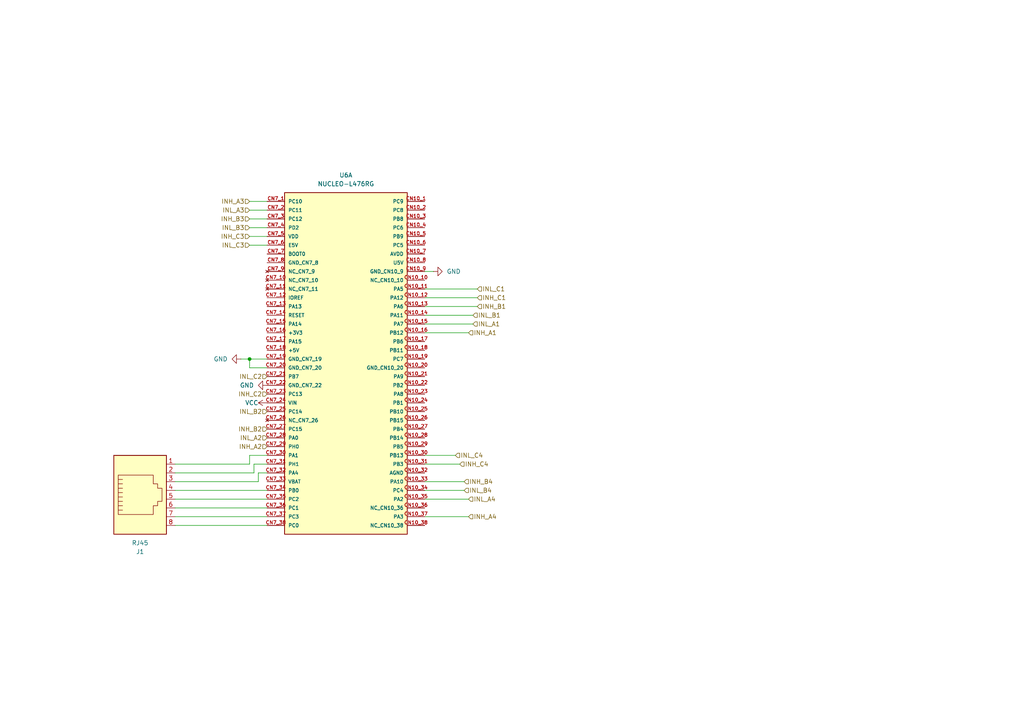
<source format=kicad_sch>
(kicad_sch
	(version 20250114)
	(generator "eeschema")
	(generator_version "9.0")
	(uuid "eb2cf02e-f843-4ccd-811e-45b80d894aa2")
	(paper "A4")
	(lib_symbols
		(symbol "Connector:RJ45"
			(pin_names
				(offset 1.016)
			)
			(exclude_from_sim no)
			(in_bom yes)
			(on_board yes)
			(property "Reference" "J"
				(at -5.08 13.97 0)
				(effects
					(font
						(size 1.27 1.27)
					)
					(justify right)
				)
			)
			(property "Value" "RJ45"
				(at 2.54 13.97 0)
				(effects
					(font
						(size 1.27 1.27)
					)
					(justify left)
				)
			)
			(property "Footprint" ""
				(at 0 0.635 90)
				(effects
					(font
						(size 1.27 1.27)
					)
					(hide yes)
				)
			)
			(property "Datasheet" "~"
				(at 0 0.635 90)
				(effects
					(font
						(size 1.27 1.27)
					)
					(hide yes)
				)
			)
			(property "Description" "RJ connector, 8P8C (8 positions 8 connected)"
				(at 0 0 0)
				(effects
					(font
						(size 1.27 1.27)
					)
					(hide yes)
				)
			)
			(property "ki_keywords" "8P8C RJ socket connector"
				(at 0 0 0)
				(effects
					(font
						(size 1.27 1.27)
					)
					(hide yes)
				)
			)
			(property "ki_fp_filters" "8P8C* RJ31* RJ32* RJ33* RJ34* RJ35* RJ41* RJ45* RJ49* RJ61*"
				(at 0 0 0)
				(effects
					(font
						(size 1.27 1.27)
					)
					(hide yes)
				)
			)
			(symbol "RJ45_0_1"
				(polyline
					(pts
						(xy -6.35 1.905) (xy -5.08 1.905) (xy -5.08 1.905)
					)
					(stroke
						(width 0)
						(type default)
					)
					(fill
						(type none)
					)
				)
				(polyline
					(pts
						(xy -6.35 0.635) (xy -5.08 0.635) (xy -5.08 0.635)
					)
					(stroke
						(width 0)
						(type default)
					)
					(fill
						(type none)
					)
				)
				(polyline
					(pts
						(xy -6.35 -0.635) (xy -5.08 -0.635) (xy -5.08 -0.635)
					)
					(stroke
						(width 0)
						(type default)
					)
					(fill
						(type none)
					)
				)
				(polyline
					(pts
						(xy -6.35 -1.905) (xy -5.08 -1.905) (xy -5.08 -1.905)
					)
					(stroke
						(width 0)
						(type default)
					)
					(fill
						(type none)
					)
				)
				(polyline
					(pts
						(xy -6.35 -3.175) (xy -5.08 -3.175) (xy -5.08 -3.175)
					)
					(stroke
						(width 0)
						(type default)
					)
					(fill
						(type none)
					)
				)
				(polyline
					(pts
						(xy -6.35 -4.445) (xy -6.35 6.985) (xy 3.81 6.985) (xy 3.81 4.445) (xy 5.08 4.445) (xy 5.08 3.175)
						(xy 6.35 3.175) (xy 6.35 -0.635) (xy 5.08 -0.635) (xy 5.08 -1.905) (xy 3.81 -1.905) (xy 3.81 -4.445)
						(xy -6.35 -4.445) (xy -6.35 -4.445)
					)
					(stroke
						(width 0)
						(type default)
					)
					(fill
						(type none)
					)
				)
				(polyline
					(pts
						(xy -5.08 5.715) (xy -6.35 5.715)
					)
					(stroke
						(width 0)
						(type default)
					)
					(fill
						(type none)
					)
				)
				(polyline
					(pts
						(xy -5.08 4.445) (xy -6.35 4.445)
					)
					(stroke
						(width 0)
						(type default)
					)
					(fill
						(type none)
					)
				)
				(polyline
					(pts
						(xy -5.08 3.175) (xy -6.35 3.175) (xy -6.35 3.175)
					)
					(stroke
						(width 0)
						(type default)
					)
					(fill
						(type none)
					)
				)
				(rectangle
					(start 7.62 12.7)
					(end -7.62 -10.16)
					(stroke
						(width 0.254)
						(type default)
					)
					(fill
						(type background)
					)
				)
			)
			(symbol "RJ45_1_1"
				(pin passive line
					(at 10.16 10.16 180)
					(length 2.54)
					(name "~"
						(effects
							(font
								(size 1.27 1.27)
							)
						)
					)
					(number "8"
						(effects
							(font
								(size 1.27 1.27)
							)
						)
					)
				)
				(pin passive line
					(at 10.16 7.62 180)
					(length 2.54)
					(name "~"
						(effects
							(font
								(size 1.27 1.27)
							)
						)
					)
					(number "7"
						(effects
							(font
								(size 1.27 1.27)
							)
						)
					)
				)
				(pin passive line
					(at 10.16 5.08 180)
					(length 2.54)
					(name "~"
						(effects
							(font
								(size 1.27 1.27)
							)
						)
					)
					(number "6"
						(effects
							(font
								(size 1.27 1.27)
							)
						)
					)
				)
				(pin passive line
					(at 10.16 2.54 180)
					(length 2.54)
					(name "~"
						(effects
							(font
								(size 1.27 1.27)
							)
						)
					)
					(number "5"
						(effects
							(font
								(size 1.27 1.27)
							)
						)
					)
				)
				(pin passive line
					(at 10.16 0 180)
					(length 2.54)
					(name "~"
						(effects
							(font
								(size 1.27 1.27)
							)
						)
					)
					(number "4"
						(effects
							(font
								(size 1.27 1.27)
							)
						)
					)
				)
				(pin passive line
					(at 10.16 -2.54 180)
					(length 2.54)
					(name "~"
						(effects
							(font
								(size 1.27 1.27)
							)
						)
					)
					(number "3"
						(effects
							(font
								(size 1.27 1.27)
							)
						)
					)
				)
				(pin passive line
					(at 10.16 -5.08 180)
					(length 2.54)
					(name "~"
						(effects
							(font
								(size 1.27 1.27)
							)
						)
					)
					(number "2"
						(effects
							(font
								(size 1.27 1.27)
							)
						)
					)
				)
				(pin passive line
					(at 10.16 -7.62 180)
					(length 2.54)
					(name "~"
						(effects
							(font
								(size 1.27 1.27)
							)
						)
					)
					(number "1"
						(effects
							(font
								(size 1.27 1.27)
							)
						)
					)
				)
			)
			(embedded_fonts no)
		)
		(symbol "NUCLEO-L476RG_1"
			(pin_names
				(offset 1.016)
			)
			(exclude_from_sim no)
			(in_bom yes)
			(on_board yes)
			(property "Reference" "U6"
				(at 0 30.48 0)
				(effects
					(font
						(size 1.27 1.27)
					)
				)
			)
			(property "Value" "NUCLEO-L476RG"
				(at 0 27.94 0)
				(effects
					(font
						(size 1.27 1.27)
					)
				)
			)
			(property "Footprint" "MODULE_NUCLEO-L476RG"
				(at 0 0 0)
				(effects
					(font
						(size 1.27 1.27)
					)
					(justify bottom)
					(hide yes)
				)
			)
			(property "Datasheet" ""
				(at 0 0 0)
				(effects
					(font
						(size 1.27 1.27)
					)
					(hide yes)
				)
			)
			(property "Description" ""
				(at 0 0 0)
				(effects
					(font
						(size 1.27 1.27)
					)
					(hide yes)
				)
			)
			(property "DigiKey_Part_Number" "497-15881-ND"
				(at 0 0 0)
				(effects
					(font
						(size 1.27 1.27)
					)
					(justify bottom)
					(hide yes)
				)
			)
			(property "SnapEDA_Link" "https://www.snapeda.com/parts/NUCLEO-L476RG/STMicroelectronics/view-part/?ref=snap"
				(at 0 0 0)
				(effects
					(font
						(size 1.27 1.27)
					)
					(justify bottom)
					(hide yes)
				)
			)
			(property "Description_1" "STM32L476RG, mbed-Enabled Development Nucleo-64 STM32L4 ARM® Cortex®-M4 MCU 32-Bit Embedded Evaluation Board"
				(at 0 0 0)
				(effects
					(font
						(size 1.27 1.27)
					)
					(justify bottom)
					(hide yes)
				)
			)
			(property "Package" "None"
				(at 0 0 0)
				(effects
					(font
						(size 1.27 1.27)
					)
					(justify bottom)
					(hide yes)
				)
			)
			(property "Check_prices" "https://www.snapeda.com/parts/NUCLEO-L476RG/STMicroelectronics/view-part/?ref=eda"
				(at 0 0 0)
				(effects
					(font
						(size 1.27 1.27)
					)
					(justify bottom)
					(hide yes)
				)
			)
			(property "STANDARD" "Manufacturer Recommendations"
				(at 0 0 0)
				(effects
					(font
						(size 1.27 1.27)
					)
					(justify bottom)
					(hide yes)
				)
			)
			(property "PARTREV" "15"
				(at 0 0 0)
				(effects
					(font
						(size 1.27 1.27)
					)
					(justify bottom)
					(hide yes)
				)
			)
			(property "MF" "STMicroelectronics"
				(at 0 0 0)
				(effects
					(font
						(size 1.27 1.27)
					)
					(justify bottom)
					(hide yes)
				)
			)
			(property "MP" "NUCLEO-L476RG"
				(at 0 0 0)
				(effects
					(font
						(size 1.27 1.27)
					)
					(justify bottom)
					(hide yes)
				)
			)
			(property "MANUFACTURER" "STmicroelectronics"
				(at 0 0 0)
				(effects
					(font
						(size 1.27 1.27)
					)
					(justify bottom)
					(hide yes)
				)
			)
			(symbol "NUCLEO-L476RG_1_1_0"
				(rectangle
					(start -17.78 25.4)
					(end 17.78 -73.66)
					(stroke
						(width 0.254)
						(type default)
					)
					(fill
						(type background)
					)
				)
				(pin bidirectional line
					(at -22.86 22.86 0)
					(length 5.08)
					(name "PC10"
						(effects
							(font
								(size 1.016 1.016)
							)
						)
					)
					(number "CN7_1"
						(effects
							(font
								(size 1.016 1.016)
							)
						)
					)
				)
				(pin bidirectional line
					(at -22.86 20.32 0)
					(length 5.08)
					(name "PC11"
						(effects
							(font
								(size 1.016 1.016)
							)
						)
					)
					(number "CN7_2"
						(effects
							(font
								(size 1.016 1.016)
							)
						)
					)
				)
				(pin bidirectional line
					(at -22.86 17.78 0)
					(length 5.08)
					(name "PC12"
						(effects
							(font
								(size 1.016 1.016)
							)
						)
					)
					(number "CN7_3"
						(effects
							(font
								(size 1.016 1.016)
							)
						)
					)
				)
				(pin bidirectional line
					(at -22.86 15.24 0)
					(length 5.08)
					(name "PD2"
						(effects
							(font
								(size 1.016 1.016)
							)
						)
					)
					(number "CN7_4"
						(effects
							(font
								(size 1.016 1.016)
							)
						)
					)
				)
				(pin power_in line
					(at -22.86 12.7 0)
					(length 5.08)
					(name "VDD"
						(effects
							(font
								(size 1.016 1.016)
							)
						)
					)
					(number "CN7_5"
						(effects
							(font
								(size 1.016 1.016)
							)
						)
					)
				)
				(pin power_in line
					(at -22.86 10.16 0)
					(length 5.08)
					(name "E5V"
						(effects
							(font
								(size 1.016 1.016)
							)
						)
					)
					(number "CN7_6"
						(effects
							(font
								(size 1.016 1.016)
							)
						)
					)
				)
				(pin input line
					(at -22.86 7.62 0)
					(length 5.08)
					(name "BOOT0"
						(effects
							(font
								(size 1.016 1.016)
							)
						)
					)
					(number "CN7_7"
						(effects
							(font
								(size 1.016 1.016)
							)
						)
					)
				)
				(pin power_in line
					(at -22.86 5.08 0)
					(length 5.08)
					(name "GND_CN7_8"
						(effects
							(font
								(size 1.016 1.016)
							)
						)
					)
					(number "CN7_8"
						(effects
							(font
								(size 1.016 1.016)
							)
						)
					)
				)
				(pin no_connect line
					(at -22.86 2.54 0)
					(length 5.08)
					(name "NC_CN7_9"
						(effects
							(font
								(size 1.016 1.016)
							)
						)
					)
					(number "CN7_9"
						(effects
							(font
								(size 1.016 1.016)
							)
						)
					)
				)
				(pin no_connect line
					(at -22.86 0 0)
					(length 5.08)
					(name "NC_CN7_10"
						(effects
							(font
								(size 1.016 1.016)
							)
						)
					)
					(number "CN7_10"
						(effects
							(font
								(size 1.016 1.016)
							)
						)
					)
				)
				(pin no_connect line
					(at -22.86 -2.54 0)
					(length 5.08)
					(name "NC_CN7_11"
						(effects
							(font
								(size 1.016 1.016)
							)
						)
					)
					(number "CN7_11"
						(effects
							(font
								(size 1.016 1.016)
							)
						)
					)
				)
				(pin input line
					(at -22.86 -5.08 0)
					(length 5.08)
					(name "IOREF"
						(effects
							(font
								(size 1.016 1.016)
							)
						)
					)
					(number "CN7_12"
						(effects
							(font
								(size 1.016 1.016)
							)
						)
					)
				)
				(pin bidirectional line
					(at -22.86 -7.62 0)
					(length 5.08)
					(name "PA13"
						(effects
							(font
								(size 1.016 1.016)
							)
						)
					)
					(number "CN7_13"
						(effects
							(font
								(size 1.016 1.016)
							)
						)
					)
				)
				(pin input line
					(at -22.86 -10.16 0)
					(length 5.08)
					(name "RESET"
						(effects
							(font
								(size 1.016 1.016)
							)
						)
					)
					(number "CN7_14"
						(effects
							(font
								(size 1.016 1.016)
							)
						)
					)
				)
				(pin bidirectional line
					(at -22.86 -12.7 0)
					(length 5.08)
					(name "PA14"
						(effects
							(font
								(size 1.016 1.016)
							)
						)
					)
					(number "CN7_15"
						(effects
							(font
								(size 1.016 1.016)
							)
						)
					)
				)
				(pin power_in line
					(at -22.86 -15.24 0)
					(length 5.08)
					(name "+3V3"
						(effects
							(font
								(size 1.016 1.016)
							)
						)
					)
					(number "CN7_16"
						(effects
							(font
								(size 1.016 1.016)
							)
						)
					)
				)
				(pin bidirectional line
					(at -22.86 -17.78 0)
					(length 5.08)
					(name "PA15"
						(effects
							(font
								(size 1.016 1.016)
							)
						)
					)
					(number "CN7_17"
						(effects
							(font
								(size 1.016 1.016)
							)
						)
					)
				)
				(pin power_in line
					(at -22.86 -20.32 0)
					(length 5.08)
					(name "+5V"
						(effects
							(font
								(size 1.016 1.016)
							)
						)
					)
					(number "CN7_18"
						(effects
							(font
								(size 1.016 1.016)
							)
						)
					)
				)
				(pin power_in line
					(at -22.86 -22.86 0)
					(length 5.08)
					(name "GND_CN7_19"
						(effects
							(font
								(size 1.016 1.016)
							)
						)
					)
					(number "CN7_19"
						(effects
							(font
								(size 1.016 1.016)
							)
						)
					)
				)
				(pin power_in line
					(at -22.86 -25.4 0)
					(length 5.08)
					(name "GND_CN7_20"
						(effects
							(font
								(size 1.016 1.016)
							)
						)
					)
					(number "CN7_20"
						(effects
							(font
								(size 1.016 1.016)
							)
						)
					)
				)
				(pin bidirectional line
					(at -22.86 -27.94 0)
					(length 5.08)
					(name "PB7"
						(effects
							(font
								(size 1.016 1.016)
							)
						)
					)
					(number "CN7_21"
						(effects
							(font
								(size 1.016 1.016)
							)
						)
					)
				)
				(pin power_in line
					(at -22.86 -30.48 0)
					(length 5.08)
					(name "GND_CN7_22"
						(effects
							(font
								(size 1.016 1.016)
							)
						)
					)
					(number "CN7_22"
						(effects
							(font
								(size 1.016 1.016)
							)
						)
					)
				)
				(pin bidirectional line
					(at -22.86 -33.02 0)
					(length 5.08)
					(name "PC13"
						(effects
							(font
								(size 1.016 1.016)
							)
						)
					)
					(number "CN7_23"
						(effects
							(font
								(size 1.016 1.016)
							)
						)
					)
				)
				(pin power_in line
					(at -22.86 -35.56 0)
					(length 5.08)
					(name "VIN"
						(effects
							(font
								(size 1.016 1.016)
							)
						)
					)
					(number "CN7_24"
						(effects
							(font
								(size 1.016 1.016)
							)
						)
					)
				)
				(pin bidirectional line
					(at -22.86 -38.1 0)
					(length 5.08)
					(name "PC14"
						(effects
							(font
								(size 1.016 1.016)
							)
						)
					)
					(number "CN7_25"
						(effects
							(font
								(size 1.016 1.016)
							)
						)
					)
				)
				(pin no_connect line
					(at -22.86 -40.64 0)
					(length 5.08)
					(name "NC_CN7_26"
						(effects
							(font
								(size 1.016 1.016)
							)
						)
					)
					(number "CN7_26"
						(effects
							(font
								(size 1.016 1.016)
							)
						)
					)
				)
				(pin bidirectional line
					(at -22.86 -43.18 0)
					(length 5.08)
					(name "PC15"
						(effects
							(font
								(size 1.016 1.016)
							)
						)
					)
					(number "CN7_27"
						(effects
							(font
								(size 1.016 1.016)
							)
						)
					)
				)
				(pin bidirectional line
					(at -22.86 -45.72 0)
					(length 5.08)
					(name "PA0"
						(effects
							(font
								(size 1.016 1.016)
							)
						)
					)
					(number "CN7_28"
						(effects
							(font
								(size 1.016 1.016)
							)
						)
					)
				)
				(pin bidirectional line
					(at -22.86 -48.26 0)
					(length 5.08)
					(name "PH0"
						(effects
							(font
								(size 1.016 1.016)
							)
						)
					)
					(number "CN7_29"
						(effects
							(font
								(size 1.016 1.016)
							)
						)
					)
				)
				(pin bidirectional line
					(at -22.86 -50.8 0)
					(length 5.08)
					(name "PA1"
						(effects
							(font
								(size 1.016 1.016)
							)
						)
					)
					(number "CN7_30"
						(effects
							(font
								(size 1.016 1.016)
							)
						)
					)
				)
				(pin bidirectional line
					(at -22.86 -53.34 0)
					(length 5.08)
					(name "PH1"
						(effects
							(font
								(size 1.016 1.016)
							)
						)
					)
					(number "CN7_31"
						(effects
							(font
								(size 1.016 1.016)
							)
						)
					)
				)
				(pin bidirectional line
					(at -22.86 -55.88 0)
					(length 5.08)
					(name "PA4"
						(effects
							(font
								(size 1.016 1.016)
							)
						)
					)
					(number "CN7_32"
						(effects
							(font
								(size 1.016 1.016)
							)
						)
					)
				)
				(pin power_in line
					(at -22.86 -58.42 0)
					(length 5.08)
					(name "VBAT"
						(effects
							(font
								(size 1.016 1.016)
							)
						)
					)
					(number "CN7_33"
						(effects
							(font
								(size 1.016 1.016)
							)
						)
					)
				)
				(pin bidirectional line
					(at -22.86 -60.96 0)
					(length 5.08)
					(name "PB0"
						(effects
							(font
								(size 1.016 1.016)
							)
						)
					)
					(number "CN7_34"
						(effects
							(font
								(size 1.016 1.016)
							)
						)
					)
				)
				(pin bidirectional line
					(at -22.86 -63.5 0)
					(length 5.08)
					(name "PC2"
						(effects
							(font
								(size 1.016 1.016)
							)
						)
					)
					(number "CN7_35"
						(effects
							(font
								(size 1.016 1.016)
							)
						)
					)
				)
				(pin bidirectional line
					(at -22.86 -66.04 0)
					(length 5.08)
					(name "PC1"
						(effects
							(font
								(size 1.016 1.016)
							)
						)
					)
					(number "CN7_36"
						(effects
							(font
								(size 1.016 1.016)
							)
						)
					)
				)
				(pin bidirectional line
					(at -22.86 -68.58 0)
					(length 5.08)
					(name "PC3"
						(effects
							(font
								(size 1.016 1.016)
							)
						)
					)
					(number "CN7_37"
						(effects
							(font
								(size 1.016 1.016)
							)
						)
					)
				)
				(pin bidirectional line
					(at -22.86 -71.12 0)
					(length 5.08)
					(name "PC0"
						(effects
							(font
								(size 1.016 1.016)
							)
						)
					)
					(number "CN7_38"
						(effects
							(font
								(size 1.016 1.016)
							)
						)
					)
				)
				(pin bidirectional line
					(at 22.86 22.86 180)
					(length 5.08)
					(name "PC9"
						(effects
							(font
								(size 1.016 1.016)
							)
						)
					)
					(number "CN10_1"
						(effects
							(font
								(size 1.016 1.016)
							)
						)
					)
				)
				(pin bidirectional line
					(at 22.86 20.32 180)
					(length 5.08)
					(name "PC8"
						(effects
							(font
								(size 1.016 1.016)
							)
						)
					)
					(number "CN10_2"
						(effects
							(font
								(size 1.016 1.016)
							)
						)
					)
				)
				(pin bidirectional line
					(at 22.86 17.78 180)
					(length 5.08)
					(name "PB8"
						(effects
							(font
								(size 1.016 1.016)
							)
						)
					)
					(number "CN10_3"
						(effects
							(font
								(size 1.016 1.016)
							)
						)
					)
				)
				(pin bidirectional line
					(at 22.86 15.24 180)
					(length 5.08)
					(name "PC6"
						(effects
							(font
								(size 1.016 1.016)
							)
						)
					)
					(number "CN10_4"
						(effects
							(font
								(size 1.016 1.016)
							)
						)
					)
				)
				(pin bidirectional line
					(at 22.86 12.7 180)
					(length 5.08)
					(name "PB9"
						(effects
							(font
								(size 1.016 1.016)
							)
						)
					)
					(number "CN10_5"
						(effects
							(font
								(size 1.016 1.016)
							)
						)
					)
				)
				(pin bidirectional line
					(at 22.86 10.16 180)
					(length 5.08)
					(name "PC5"
						(effects
							(font
								(size 1.016 1.016)
							)
						)
					)
					(number "CN10_6"
						(effects
							(font
								(size 1.016 1.016)
							)
						)
					)
				)
				(pin bidirectional line
					(at 22.86 7.62 180)
					(length 5.08)
					(name "AVDD"
						(effects
							(font
								(size 1.016 1.016)
							)
						)
					)
					(number "CN10_7"
						(effects
							(font
								(size 1.016 1.016)
							)
						)
					)
				)
				(pin bidirectional line
					(at 22.86 5.08 180)
					(length 5.08)
					(name "U5V"
						(effects
							(font
								(size 1.016 1.016)
							)
						)
					)
					(number "CN10_8"
						(effects
							(font
								(size 1.016 1.016)
							)
						)
					)
				)
				(pin bidirectional line
					(at 22.86 2.54 180)
					(length 5.08)
					(name "GND_CN10_9"
						(effects
							(font
								(size 1.016 1.016)
							)
						)
					)
					(number "CN10_9"
						(effects
							(font
								(size 1.016 1.016)
							)
						)
					)
				)
				(pin bidirectional line
					(at 22.86 0 180)
					(length 5.08)
					(name "NC_CN10_10"
						(effects
							(font
								(size 1.016 1.016)
							)
						)
					)
					(number "CN10_10"
						(effects
							(font
								(size 1.016 1.016)
							)
						)
					)
				)
				(pin bidirectional line
					(at 22.86 -2.54 180)
					(length 5.08)
					(name "PA5"
						(effects
							(font
								(size 1.016 1.016)
							)
						)
					)
					(number "CN10_11"
						(effects
							(font
								(size 1.016 1.016)
							)
						)
					)
				)
				(pin bidirectional line
					(at 22.86 -5.08 180)
					(length 5.08)
					(name "PA12"
						(effects
							(font
								(size 1.016 1.016)
							)
						)
					)
					(number "CN10_12"
						(effects
							(font
								(size 1.016 1.016)
							)
						)
					)
				)
				(pin bidirectional line
					(at 22.86 -7.62 180)
					(length 5.08)
					(name "PA6"
						(effects
							(font
								(size 1.016 1.016)
							)
						)
					)
					(number "CN10_13"
						(effects
							(font
								(size 1.016 1.016)
							)
						)
					)
				)
				(pin bidirectional line
					(at 22.86 -10.16 180)
					(length 5.08)
					(name "PA11"
						(effects
							(font
								(size 1.016 1.016)
							)
						)
					)
					(number "CN10_14"
						(effects
							(font
								(size 1.016 1.016)
							)
						)
					)
				)
				(pin bidirectional line
					(at 22.86 -12.7 180)
					(length 5.08)
					(name "PA7"
						(effects
							(font
								(size 1.016 1.016)
							)
						)
					)
					(number "CN10_15"
						(effects
							(font
								(size 1.016 1.016)
							)
						)
					)
				)
				(pin bidirectional line
					(at 22.86 -15.24 180)
					(length 5.08)
					(name "PB12"
						(effects
							(font
								(size 1.016 1.016)
							)
						)
					)
					(number "CN10_16"
						(effects
							(font
								(size 1.016 1.016)
							)
						)
					)
				)
				(pin bidirectional line
					(at 22.86 -17.78 180)
					(length 5.08)
					(name "PB6"
						(effects
							(font
								(size 1.016 1.016)
							)
						)
					)
					(number "CN10_17"
						(effects
							(font
								(size 1.016 1.016)
							)
						)
					)
				)
				(pin bidirectional line
					(at 22.86 -20.32 180)
					(length 5.08)
					(name "PB11"
						(effects
							(font
								(size 1.016 1.016)
							)
						)
					)
					(number "CN10_18"
						(effects
							(font
								(size 1.016 1.016)
							)
						)
					)
				)
				(pin bidirectional line
					(at 22.86 -22.86 180)
					(length 5.08)
					(name "PC7"
						(effects
							(font
								(size 1.016 1.016)
							)
						)
					)
					(number "CN10_19"
						(effects
							(font
								(size 1.016 1.016)
							)
						)
					)
				)
				(pin bidirectional line
					(at 22.86 -25.4 180)
					(length 5.08)
					(name "GND_CN10_20"
						(effects
							(font
								(size 1.016 1.016)
							)
						)
					)
					(number "CN10_20"
						(effects
							(font
								(size 1.016 1.016)
							)
						)
					)
				)
				(pin bidirectional line
					(at 22.86 -27.94 180)
					(length 5.08)
					(name "PA9"
						(effects
							(font
								(size 1.016 1.016)
							)
						)
					)
					(number "CN10_21"
						(effects
							(font
								(size 1.016 1.016)
							)
						)
					)
				)
				(pin bidirectional line
					(at 22.86 -30.48 180)
					(length 5.08)
					(name "PB2"
						(effects
							(font
								(size 1.016 1.016)
							)
						)
					)
					(number "CN10_22"
						(effects
							(font
								(size 1.016 1.016)
							)
						)
					)
				)
				(pin bidirectional line
					(at 22.86 -33.02 180)
					(length 5.08)
					(name "PA8"
						(effects
							(font
								(size 1.016 1.016)
							)
						)
					)
					(number "CN10_23"
						(effects
							(font
								(size 1.016 1.016)
							)
						)
					)
				)
				(pin bidirectional line
					(at 22.86 -35.56 180)
					(length 5.08)
					(name "PB1"
						(effects
							(font
								(size 1.016 1.016)
							)
						)
					)
					(number "CN10_24"
						(effects
							(font
								(size 1.016 1.016)
							)
						)
					)
				)
				(pin bidirectional line
					(at 22.86 -38.1 180)
					(length 5.08)
					(name "PB10"
						(effects
							(font
								(size 1.016 1.016)
							)
						)
					)
					(number "CN10_25"
						(effects
							(font
								(size 1.016 1.016)
							)
						)
					)
				)
				(pin bidirectional line
					(at 22.86 -40.64 180)
					(length 5.08)
					(name "PB15"
						(effects
							(font
								(size 1.016 1.016)
							)
						)
					)
					(number "CN10_26"
						(effects
							(font
								(size 1.016 1.016)
							)
						)
					)
				)
				(pin bidirectional line
					(at 22.86 -43.18 180)
					(length 5.08)
					(name "PB4"
						(effects
							(font
								(size 1.016 1.016)
							)
						)
					)
					(number "CN10_27"
						(effects
							(font
								(size 1.016 1.016)
							)
						)
					)
				)
				(pin bidirectional line
					(at 22.86 -45.72 180)
					(length 5.08)
					(name "PB14"
						(effects
							(font
								(size 1.016 1.016)
							)
						)
					)
					(number "CN10_28"
						(effects
							(font
								(size 1.016 1.016)
							)
						)
					)
				)
				(pin bidirectional line
					(at 22.86 -48.26 180)
					(length 5.08)
					(name "PB5"
						(effects
							(font
								(size 1.016 1.016)
							)
						)
					)
					(number "CN10_29"
						(effects
							(font
								(size 1.016 1.016)
							)
						)
					)
				)
				(pin bidirectional line
					(at 22.86 -50.8 180)
					(length 5.08)
					(name "PB13"
						(effects
							(font
								(size 1.016 1.016)
							)
						)
					)
					(number "CN10_30"
						(effects
							(font
								(size 1.016 1.016)
							)
						)
					)
				)
				(pin bidirectional line
					(at 22.86 -53.34 180)
					(length 5.08)
					(name "PB3"
						(effects
							(font
								(size 1.016 1.016)
							)
						)
					)
					(number "CN10_31"
						(effects
							(font
								(size 1.016 1.016)
							)
						)
					)
				)
				(pin bidirectional line
					(at 22.86 -55.88 180)
					(length 5.08)
					(name "AGND"
						(effects
							(font
								(size 1.016 1.016)
							)
						)
					)
					(number "CN10_32"
						(effects
							(font
								(size 1.016 1.016)
							)
						)
					)
				)
				(pin bidirectional line
					(at 22.86 -58.42 180)
					(length 5.08)
					(name "PA10"
						(effects
							(font
								(size 1.016 1.016)
							)
						)
					)
					(number "CN10_33"
						(effects
							(font
								(size 1.016 1.016)
							)
						)
					)
				)
				(pin bidirectional line
					(at 22.86 -60.96 180)
					(length 5.08)
					(name "PC4"
						(effects
							(font
								(size 1.016 1.016)
							)
						)
					)
					(number "CN10_34"
						(effects
							(font
								(size 1.016 1.016)
							)
						)
					)
				)
				(pin bidirectional line
					(at 22.86 -63.5 180)
					(length 5.08)
					(name "PA2"
						(effects
							(font
								(size 1.016 1.016)
							)
						)
					)
					(number "CN10_35"
						(effects
							(font
								(size 1.016 1.016)
							)
						)
					)
				)
				(pin bidirectional line
					(at 22.86 -66.04 180)
					(length 5.08)
					(name "NC_CN10_36"
						(effects
							(font
								(size 1.016 1.016)
							)
						)
					)
					(number "CN10_36"
						(effects
							(font
								(size 1.016 1.016)
							)
						)
					)
				)
				(pin bidirectional line
					(at 22.86 -68.58 180)
					(length 5.08)
					(name "PA3"
						(effects
							(font
								(size 1.016 1.016)
							)
						)
					)
					(number "CN10_37"
						(effects
							(font
								(size 1.016 1.016)
							)
						)
					)
				)
				(pin bidirectional line
					(at 22.86 -71.12 180)
					(length 5.08)
					(name "NC_CN10_38"
						(effects
							(font
								(size 1.016 1.016)
							)
						)
					)
					(number "CN10_38"
						(effects
							(font
								(size 1.016 1.016)
							)
						)
					)
				)
			)
			(symbol "NUCLEO-L476RG_1_2_0"
				(rectangle
					(start -17.78 -25.4)
					(end 17.78 25.4)
					(stroke
						(width 0.254)
						(type default)
					)
					(fill
						(type background)
					)
				)
				(pin bidirectional line
					(at -22.86 22.86 0)
					(length 5.08)
					(name "PC9"
						(effects
							(font
								(size 1.016 1.016)
							)
						)
					)
					(number "CN10_1"
						(effects
							(font
								(size 1.016 1.016)
							)
						)
					)
				)
				(pin bidirectional line
					(at -22.86 20.32 0)
					(length 5.08)
					(name "PB8"
						(effects
							(font
								(size 1.016 1.016)
							)
						)
					)
					(number "CN10_3"
						(effects
							(font
								(size 1.016 1.016)
							)
						)
					)
				)
				(pin bidirectional line
					(at -22.86 17.78 0)
					(length 5.08)
					(name "PB9"
						(effects
							(font
								(size 1.016 1.016)
							)
						)
					)
					(number "CN10_5"
						(effects
							(font
								(size 1.016 1.016)
							)
						)
					)
				)
				(pin power_in line
					(at -22.86 15.24 0)
					(length 5.08)
					(name "AVDD"
						(effects
							(font
								(size 1.016 1.016)
							)
						)
					)
					(number "CN10_7"
						(effects
							(font
								(size 1.016 1.016)
							)
						)
					)
				)
				(pin power_in line
					(at -22.86 12.7 0)
					(length 5.08)
					(name "GND_CN10_9"
						(effects
							(font
								(size 1.016 1.016)
							)
						)
					)
					(number "CN10_9"
						(effects
							(font
								(size 1.016 1.016)
							)
						)
					)
				)
				(pin bidirectional line
					(at -22.86 10.16 0)
					(length 5.08)
					(name "PA5"
						(effects
							(font
								(size 1.016 1.016)
							)
						)
					)
					(number "CN10_11"
						(effects
							(font
								(size 1.016 1.016)
							)
						)
					)
				)
				(pin bidirectional line
					(at -22.86 7.62 0)
					(length 5.08)
					(name "PA6"
						(effects
							(font
								(size 1.016 1.016)
							)
						)
					)
					(number "CN10_13"
						(effects
							(font
								(size 1.016 1.016)
							)
						)
					)
				)
				(pin bidirectional line
					(at -22.86 5.08 0)
					(length 5.08)
					(name "PA7"
						(effects
							(font
								(size 1.016 1.016)
							)
						)
					)
					(number "CN10_15"
						(effects
							(font
								(size 1.016 1.016)
							)
						)
					)
				)
				(pin bidirectional line
					(at -22.86 2.54 0)
					(length 5.08)
					(name "PB6"
						(effects
							(font
								(size 1.016 1.016)
							)
						)
					)
					(number "CN10_17"
						(effects
							(font
								(size 1.016 1.016)
							)
						)
					)
				)
				(pin bidirectional line
					(at -22.86 0 0)
					(length 5.08)
					(name "PC7"
						(effects
							(font
								(size 1.016 1.016)
							)
						)
					)
					(number "CN10_19"
						(effects
							(font
								(size 1.016 1.016)
							)
						)
					)
				)
				(pin bidirectional line
					(at -22.86 -2.54 0)
					(length 5.08)
					(name "PA9"
						(effects
							(font
								(size 1.016 1.016)
							)
						)
					)
					(number "CN10_21"
						(effects
							(font
								(size 1.016 1.016)
							)
						)
					)
				)
				(pin bidirectional line
					(at -22.86 -5.08 0)
					(length 5.08)
					(name "PA8"
						(effects
							(font
								(size 1.016 1.016)
							)
						)
					)
					(number "CN10_23"
						(effects
							(font
								(size 1.016 1.016)
							)
						)
					)
				)
				(pin bidirectional line
					(at -22.86 -7.62 0)
					(length 5.08)
					(name "PB10"
						(effects
							(font
								(size 1.016 1.016)
							)
						)
					)
					(number "CN10_25"
						(effects
							(font
								(size 1.016 1.016)
							)
						)
					)
				)
				(pin bidirectional line
					(at -22.86 -10.16 0)
					(length 5.08)
					(name "PB4"
						(effects
							(font
								(size 1.016 1.016)
							)
						)
					)
					(number "CN10_27"
						(effects
							(font
								(size 1.016 1.016)
							)
						)
					)
				)
				(pin bidirectional line
					(at -22.86 -12.7 0)
					(length 5.08)
					(name "PB5"
						(effects
							(font
								(size 1.016 1.016)
							)
						)
					)
					(number "CN10_29"
						(effects
							(font
								(size 1.016 1.016)
							)
						)
					)
				)
				(pin bidirectional line
					(at -22.86 -15.24 0)
					(length 5.08)
					(name "PB3"
						(effects
							(font
								(size 1.016 1.016)
							)
						)
					)
					(number "CN10_31"
						(effects
							(font
								(size 1.016 1.016)
							)
						)
					)
				)
				(pin bidirectional line
					(at -22.86 -17.78 0)
					(length 5.08)
					(name "PA10"
						(effects
							(font
								(size 1.016 1.016)
							)
						)
					)
					(number "CN10_33"
						(effects
							(font
								(size 1.016 1.016)
							)
						)
					)
				)
				(pin bidirectional line
					(at -22.86 -20.32 0)
					(length 5.08)
					(name "PA2"
						(effects
							(font
								(size 1.016 1.016)
							)
						)
					)
					(number "CN10_35"
						(effects
							(font
								(size 1.016 1.016)
							)
						)
					)
				)
				(pin bidirectional line
					(at -22.86 -22.86 0)
					(length 5.08)
					(name "PA3"
						(effects
							(font
								(size 1.016 1.016)
							)
						)
					)
					(number "CN10_37"
						(effects
							(font
								(size 1.016 1.016)
							)
						)
					)
				)
				(pin bidirectional line
					(at 22.86 22.86 180)
					(length 5.08)
					(name "PC8"
						(effects
							(font
								(size 1.016 1.016)
							)
						)
					)
					(number "CN10_2"
						(effects
							(font
								(size 1.016 1.016)
							)
						)
					)
				)
				(pin bidirectional line
					(at 22.86 20.32 180)
					(length 5.08)
					(name "PC6"
						(effects
							(font
								(size 1.016 1.016)
							)
						)
					)
					(number "CN10_4"
						(effects
							(font
								(size 1.016 1.016)
							)
						)
					)
				)
				(pin bidirectional line
					(at 22.86 17.78 180)
					(length 5.08)
					(name "PC5"
						(effects
							(font
								(size 1.016 1.016)
							)
						)
					)
					(number "CN10_6"
						(effects
							(font
								(size 1.016 1.016)
							)
						)
					)
				)
				(pin power_in line
					(at 22.86 15.24 180)
					(length 5.08)
					(name "U5V"
						(effects
							(font
								(size 1.016 1.016)
							)
						)
					)
					(number "CN10_8"
						(effects
							(font
								(size 1.016 1.016)
							)
						)
					)
				)
				(pin no_connect line
					(at 22.86 12.7 180)
					(length 5.08)
					(name "NC_CN10_10"
						(effects
							(font
								(size 1.016 1.016)
							)
						)
					)
					(number "CN10_10"
						(effects
							(font
								(size 1.016 1.016)
							)
						)
					)
				)
				(pin bidirectional line
					(at 22.86 10.16 180)
					(length 5.08)
					(name "PA12"
						(effects
							(font
								(size 1.016 1.016)
							)
						)
					)
					(number "CN10_12"
						(effects
							(font
								(size 1.016 1.016)
							)
						)
					)
				)
				(pin bidirectional line
					(at 22.86 7.62 180)
					(length 5.08)
					(name "PA11"
						(effects
							(font
								(size 1.016 1.016)
							)
						)
					)
					(number "CN10_14"
						(effects
							(font
								(size 1.016 1.016)
							)
						)
					)
				)
				(pin bidirectional line
					(at 22.86 5.08 180)
					(length 5.08)
					(name "PB12"
						(effects
							(font
								(size 1.016 1.016)
							)
						)
					)
					(number "CN10_16"
						(effects
							(font
								(size 1.016 1.016)
							)
						)
					)
				)
				(pin bidirectional line
					(at 22.86 2.54 180)
					(length 5.08)
					(name "PB11"
						(effects
							(font
								(size 1.016 1.016)
							)
						)
					)
					(number "CN10_18"
						(effects
							(font
								(size 1.016 1.016)
							)
						)
					)
				)
				(pin power_in line
					(at 22.86 0 180)
					(length 5.08)
					(name "GND_CN10_20"
						(effects
							(font
								(size 1.016 1.016)
							)
						)
					)
					(number "CN10_20"
						(effects
							(font
								(size 1.016 1.016)
							)
						)
					)
				)
				(pin bidirectional line
					(at 22.86 -2.54 180)
					(length 5.08)
					(name "PB2"
						(effects
							(font
								(size 1.016 1.016)
							)
						)
					)
					(number "CN10_22"
						(effects
							(font
								(size 1.016 1.016)
							)
						)
					)
				)
				(pin bidirectional line
					(at 22.86 -5.08 180)
					(length 5.08)
					(name "PB1"
						(effects
							(font
								(size 1.016 1.016)
							)
						)
					)
					(number "CN10_24"
						(effects
							(font
								(size 1.016 1.016)
							)
						)
					)
				)
				(pin bidirectional line
					(at 22.86 -7.62 180)
					(length 5.08)
					(name "PB15"
						(effects
							(font
								(size 1.016 1.016)
							)
						)
					)
					(number "CN10_26"
						(effects
							(font
								(size 1.016 1.016)
							)
						)
					)
				)
				(pin bidirectional line
					(at 22.86 -10.16 180)
					(length 5.08)
					(name "PB14"
						(effects
							(font
								(size 1.016 1.016)
							)
						)
					)
					(number "CN10_28"
						(effects
							(font
								(size 1.016 1.016)
							)
						)
					)
				)
				(pin bidirectional line
					(at 22.86 -12.7 180)
					(length 5.08)
					(name "PB13"
						(effects
							(font
								(size 1.016 1.016)
							)
						)
					)
					(number "CN10_30"
						(effects
							(font
								(size 1.016 1.016)
							)
						)
					)
				)
				(pin power_in line
					(at 22.86 -15.24 180)
					(length 5.08)
					(name "AGND"
						(effects
							(font
								(size 1.016 1.016)
							)
						)
					)
					(number "CN10_32"
						(effects
							(font
								(size 1.016 1.016)
							)
						)
					)
				)
				(pin bidirectional line
					(at 22.86 -17.78 180)
					(length 5.08)
					(name "PC4"
						(effects
							(font
								(size 1.016 1.016)
							)
						)
					)
					(number "CN10_34"
						(effects
							(font
								(size 1.016 1.016)
							)
						)
					)
				)
				(pin no_connect line
					(at 22.86 -20.32 180)
					(length 5.08)
					(name "NC_CN10_36"
						(effects
							(font
								(size 1.016 1.016)
							)
						)
					)
					(number "CN10_36"
						(effects
							(font
								(size 1.016 1.016)
							)
						)
					)
				)
				(pin no_connect line
					(at 22.86 -22.86 180)
					(length 5.08)
					(name "NC_CN10_38"
						(effects
							(font
								(size 1.016 1.016)
							)
						)
					)
					(number "CN10_38"
						(effects
							(font
								(size 1.016 1.016)
							)
						)
					)
				)
			)
			(embedded_fonts no)
		)
		(symbol "power:GND"
			(power)
			(pin_numbers
				(hide yes)
			)
			(pin_names
				(offset 0)
				(hide yes)
			)
			(exclude_from_sim no)
			(in_bom yes)
			(on_board yes)
			(property "Reference" "#PWR"
				(at 0 -6.35 0)
				(effects
					(font
						(size 1.27 1.27)
					)
					(hide yes)
				)
			)
			(property "Value" "GND"
				(at 0 -3.81 0)
				(effects
					(font
						(size 1.27 1.27)
					)
				)
			)
			(property "Footprint" ""
				(at 0 0 0)
				(effects
					(font
						(size 1.27 1.27)
					)
					(hide yes)
				)
			)
			(property "Datasheet" ""
				(at 0 0 0)
				(effects
					(font
						(size 1.27 1.27)
					)
					(hide yes)
				)
			)
			(property "Description" "Power symbol creates a global label with name \"GND\" , ground"
				(at 0 0 0)
				(effects
					(font
						(size 1.27 1.27)
					)
					(hide yes)
				)
			)
			(property "ki_keywords" "global power"
				(at 0 0 0)
				(effects
					(font
						(size 1.27 1.27)
					)
					(hide yes)
				)
			)
			(symbol "GND_0_1"
				(polyline
					(pts
						(xy 0 0) (xy 0 -1.27) (xy 1.27 -1.27) (xy 0 -2.54) (xy -1.27 -1.27) (xy 0 -1.27)
					)
					(stroke
						(width 0)
						(type default)
					)
					(fill
						(type none)
					)
				)
			)
			(symbol "GND_1_1"
				(pin power_in line
					(at 0 0 270)
					(length 0)
					(name "~"
						(effects
							(font
								(size 1.27 1.27)
							)
						)
					)
					(number "1"
						(effects
							(font
								(size 1.27 1.27)
							)
						)
					)
				)
			)
			(embedded_fonts no)
		)
		(symbol "power:VCC"
			(power)
			(pin_numbers
				(hide yes)
			)
			(pin_names
				(offset 0)
				(hide yes)
			)
			(exclude_from_sim no)
			(in_bom yes)
			(on_board yes)
			(property "Reference" "#PWR"
				(at 0 -3.81 0)
				(effects
					(font
						(size 1.27 1.27)
					)
					(hide yes)
				)
			)
			(property "Value" "VCC"
				(at 0 3.556 0)
				(effects
					(font
						(size 1.27 1.27)
					)
				)
			)
			(property "Footprint" ""
				(at 0 0 0)
				(effects
					(font
						(size 1.27 1.27)
					)
					(hide yes)
				)
			)
			(property "Datasheet" ""
				(at 0 0 0)
				(effects
					(font
						(size 1.27 1.27)
					)
					(hide yes)
				)
			)
			(property "Description" "Power symbol creates a global label with name \"VCC\""
				(at 0 0 0)
				(effects
					(font
						(size 1.27 1.27)
					)
					(hide yes)
				)
			)
			(property "ki_keywords" "global power"
				(at 0 0 0)
				(effects
					(font
						(size 1.27 1.27)
					)
					(hide yes)
				)
			)
			(symbol "VCC_0_1"
				(polyline
					(pts
						(xy -0.762 1.27) (xy 0 2.54)
					)
					(stroke
						(width 0)
						(type default)
					)
					(fill
						(type none)
					)
				)
				(polyline
					(pts
						(xy 0 2.54) (xy 0.762 1.27)
					)
					(stroke
						(width 0)
						(type default)
					)
					(fill
						(type none)
					)
				)
				(polyline
					(pts
						(xy 0 0) (xy 0 2.54)
					)
					(stroke
						(width 0)
						(type default)
					)
					(fill
						(type none)
					)
				)
			)
			(symbol "VCC_1_1"
				(pin power_in line
					(at 0 0 90)
					(length 0)
					(name "~"
						(effects
							(font
								(size 1.27 1.27)
							)
						)
					)
					(number "1"
						(effects
							(font
								(size 1.27 1.27)
							)
						)
					)
				)
			)
			(embedded_fonts no)
		)
	)
	(junction
		(at 72.39 104.14)
		(diameter 0)
		(color 0 0 0 0)
		(uuid "a8b439a6-8f1b-4645-b2f7-34ba160ea533")
	)
	(wire
		(pts
			(xy 73.66 134.62) (xy 73.66 137.16)
		)
		(stroke
			(width 0)
			(type default)
		)
		(uuid "02bed4fb-c740-49ee-b21b-122e87ed0e5c")
	)
	(wire
		(pts
			(xy 50.8 149.86) (xy 77.47 149.86)
		)
		(stroke
			(width 0)
			(type default)
		)
		(uuid "09ab052e-964f-4b2d-a84e-b4a31756bb7e")
	)
	(wire
		(pts
			(xy 134.62 139.7) (xy 123.19 139.7)
		)
		(stroke
			(width 0)
			(type default)
		)
		(uuid "0b16f686-a7ce-4c4f-89fe-21b9a275b6eb")
	)
	(wire
		(pts
			(xy 50.8 139.7) (xy 74.93 139.7)
		)
		(stroke
			(width 0)
			(type default)
		)
		(uuid "1338fad1-22df-4bda-9375-23e989e4bd8a")
	)
	(wire
		(pts
			(xy 133.35 134.62) (xy 123.19 134.62)
		)
		(stroke
			(width 0)
			(type default)
		)
		(uuid "17569787-a36f-472c-ac5f-2bec6693d6e4")
	)
	(wire
		(pts
			(xy 123.19 96.52) (xy 135.89 96.52)
		)
		(stroke
			(width 0)
			(type default)
		)
		(uuid "198a5c5f-0382-46e1-b330-ca70cbd50585")
	)
	(wire
		(pts
			(xy 138.43 88.9) (xy 123.19 88.9)
		)
		(stroke
			(width 0)
			(type default)
		)
		(uuid "2683fc7f-de05-41b7-ae67-9c8dfdfcfb17")
	)
	(wire
		(pts
			(xy 74.93 137.16) (xy 77.47 137.16)
		)
		(stroke
			(width 0)
			(type default)
		)
		(uuid "33aff666-9b66-43ac-9c34-4ef88ff440d8")
	)
	(wire
		(pts
			(xy 72.39 60.96) (xy 77.47 60.96)
		)
		(stroke
			(width 0)
			(type default)
		)
		(uuid "3f160ab4-3d5e-47e0-8764-a4ca12c006d3")
	)
	(wire
		(pts
			(xy 72.39 71.12) (xy 77.47 71.12)
		)
		(stroke
			(width 0)
			(type default)
		)
		(uuid "4b62d3f6-5021-4599-a01c-d7132a3b27ae")
	)
	(wire
		(pts
			(xy 50.8 147.32) (xy 77.47 147.32)
		)
		(stroke
			(width 0)
			(type default)
		)
		(uuid "5237b99c-6525-4765-af27-6abef2d5122e")
	)
	(wire
		(pts
			(xy 72.39 104.14) (xy 72.39 106.68)
		)
		(stroke
			(width 0)
			(type default)
		)
		(uuid "61c4b71e-cd17-4773-9f77-37be133bf01d")
	)
	(wire
		(pts
			(xy 125.73 78.74) (xy 123.19 78.74)
		)
		(stroke
			(width 0)
			(type default)
		)
		(uuid "6b6e157f-eddb-46d3-85c6-724f601d8b83")
	)
	(wire
		(pts
			(xy 123.19 132.08) (xy 132.08 132.08)
		)
		(stroke
			(width 0)
			(type default)
		)
		(uuid "7c085b0f-b08f-499e-a5e8-08f97bbba98c")
	)
	(wire
		(pts
			(xy 72.39 58.42) (xy 77.47 58.42)
		)
		(stroke
			(width 0)
			(type default)
		)
		(uuid "83a2e6b1-e0f6-4d4d-be6f-ed143e89d104")
	)
	(wire
		(pts
			(xy 72.39 63.5) (xy 77.47 63.5)
		)
		(stroke
			(width 0)
			(type default)
		)
		(uuid "883815b8-99b8-43a0-8c59-d173cf15afcc")
	)
	(wire
		(pts
			(xy 72.39 134.62) (xy 72.39 132.08)
		)
		(stroke
			(width 0)
			(type default)
		)
		(uuid "89fcc063-b300-4a9c-9cef-daf3a394e61f")
	)
	(wire
		(pts
			(xy 72.39 106.68) (xy 77.47 106.68)
		)
		(stroke
			(width 0)
			(type default)
		)
		(uuid "8fa31ccf-c9ac-4b4e-97d3-e34b5d3a866a")
	)
	(wire
		(pts
			(xy 50.8 137.16) (xy 73.66 137.16)
		)
		(stroke
			(width 0)
			(type default)
		)
		(uuid "90304c2b-bac8-470f-a178-0e2dea49489b")
	)
	(wire
		(pts
			(xy 74.93 139.7) (xy 74.93 137.16)
		)
		(stroke
			(width 0)
			(type default)
		)
		(uuid "993495f2-80d4-48c6-b7ea-ce2ce7806279")
	)
	(wire
		(pts
			(xy 72.39 132.08) (xy 77.47 132.08)
		)
		(stroke
			(width 0)
			(type default)
		)
		(uuid "9bf91e4e-664e-4f9c-a41a-d9e5ecb9d305")
	)
	(wire
		(pts
			(xy 50.8 152.4) (xy 77.47 152.4)
		)
		(stroke
			(width 0)
			(type default)
		)
		(uuid "a1b69201-63ee-41d5-bb75-94079608ccb4")
	)
	(wire
		(pts
			(xy 72.39 66.04) (xy 77.47 66.04)
		)
		(stroke
			(width 0)
			(type default)
		)
		(uuid "a47e4443-0014-4913-b916-6a5910b75d04")
	)
	(wire
		(pts
			(xy 50.8 144.78) (xy 77.47 144.78)
		)
		(stroke
			(width 0)
			(type default)
		)
		(uuid "ab19a23c-32d8-4816-a8eb-608a94e4d497")
	)
	(wire
		(pts
			(xy 72.39 104.14) (xy 77.47 104.14)
		)
		(stroke
			(width 0)
			(type default)
		)
		(uuid "b136a855-6581-4189-b1f7-decea2a269c5")
	)
	(wire
		(pts
			(xy 77.47 134.62) (xy 73.66 134.62)
		)
		(stroke
			(width 0)
			(type default)
		)
		(uuid "c127aa0c-a0cd-467e-a234-5e6d377f3658")
	)
	(wire
		(pts
			(xy 135.89 149.86) (xy 123.19 149.86)
		)
		(stroke
			(width 0)
			(type default)
		)
		(uuid "d559663b-b5a3-48e9-a5be-3efaa5b0cd12")
	)
	(wire
		(pts
			(xy 69.85 104.14) (xy 72.39 104.14)
		)
		(stroke
			(width 0)
			(type default)
		)
		(uuid "dc0543f1-5431-4fe3-b19b-211c1855e663")
	)
	(wire
		(pts
			(xy 134.62 142.24) (xy 123.19 142.24)
		)
		(stroke
			(width 0)
			(type default)
		)
		(uuid "e0673ac6-585f-4cf7-b5fc-36f681a017fe")
	)
	(wire
		(pts
			(xy 137.16 93.98) (xy 123.19 93.98)
		)
		(stroke
			(width 0)
			(type default)
		)
		(uuid "e15bd6fd-7398-40df-8512-4917b8106b90")
	)
	(wire
		(pts
			(xy 50.8 142.24) (xy 77.47 142.24)
		)
		(stroke
			(width 0)
			(type default)
		)
		(uuid "e563bdfb-5bbe-4e85-b496-59553f51f37a")
	)
	(wire
		(pts
			(xy 137.16 91.44) (xy 123.19 91.44)
		)
		(stroke
			(width 0)
			(type default)
		)
		(uuid "ec49dcbe-9030-4a5e-8e29-ec477685f942")
	)
	(wire
		(pts
			(xy 138.43 83.82) (xy 123.19 83.82)
		)
		(stroke
			(width 0)
			(type default)
		)
		(uuid "f09fa277-f6e5-4765-9cdf-d1392f2f24e3")
	)
	(wire
		(pts
			(xy 50.8 134.62) (xy 72.39 134.62)
		)
		(stroke
			(width 0)
			(type default)
		)
		(uuid "f766d625-b419-4aa6-8609-448ae82d63a4")
	)
	(wire
		(pts
			(xy 72.39 68.58) (xy 77.47 68.58)
		)
		(stroke
			(width 0)
			(type default)
		)
		(uuid "f8ecfcd3-509b-4e6f-a444-36c90a6eca5a")
	)
	(wire
		(pts
			(xy 138.43 86.36) (xy 123.19 86.36)
		)
		(stroke
			(width 0)
			(type default)
		)
		(uuid "fbccab4f-7132-4928-a387-9af51126eceb")
	)
	(wire
		(pts
			(xy 135.89 144.78) (xy 123.19 144.78)
		)
		(stroke
			(width 0)
			(type default)
		)
		(uuid "fd8fa55f-2b7c-4587-9e7a-808359f9cbbe")
	)
	(hierarchical_label "INL_B4"
		(shape input)
		(at 134.62 142.24 0)
		(effects
			(font
				(size 1.27 1.27)
			)
			(justify left)
		)
		(uuid "04e04f66-8fb7-4732-bf28-6ba0cd766e56")
	)
	(hierarchical_label "INH_C3"
		(shape input)
		(at 72.39 68.58 180)
		(effects
			(font
				(size 1.27 1.27)
			)
			(justify right)
		)
		(uuid "17e6eb30-f047-454e-8161-cc9a86684139")
	)
	(hierarchical_label "INH_A4"
		(shape input)
		(at 135.89 149.86 0)
		(effects
			(font
				(size 1.27 1.27)
			)
			(justify left)
		)
		(uuid "413d364f-9a17-4635-8ab8-bc2fce8b1cf1")
	)
	(hierarchical_label "INL_A1"
		(shape input)
		(at 137.16 93.98 0)
		(effects
			(font
				(size 1.27 1.27)
			)
			(justify left)
		)
		(uuid "4b29b9dd-d026-4477-980f-29a9734b3f3f")
	)
	(hierarchical_label "INH_B2"
		(shape input)
		(at 77.47 124.46 180)
		(effects
			(font
				(size 1.27 1.27)
			)
			(justify right)
		)
		(uuid "6eeb9a84-5a62-4172-8c25-8b48a7f1f269")
	)
	(hierarchical_label "INL_B2"
		(shape input)
		(at 77.47 119.38 180)
		(effects
			(font
				(size 1.27 1.27)
			)
			(justify right)
		)
		(uuid "734d5939-7549-4d6d-8a93-1235e4e0d96b")
	)
	(hierarchical_label "INL_A3"
		(shape input)
		(at 72.39 60.96 180)
		(effects
			(font
				(size 1.27 1.27)
			)
			(justify right)
		)
		(uuid "76208777-2e8e-4a6e-b9d9-9e660a423f2c")
	)
	(hierarchical_label "INH_A1"
		(shape input)
		(at 135.89 96.52 0)
		(effects
			(font
				(size 1.27 1.27)
			)
			(justify left)
		)
		(uuid "884114a5-09b6-4b2f-95f3-56de17a43b4c")
	)
	(hierarchical_label "INH_C4"
		(shape input)
		(at 133.35 134.62 0)
		(effects
			(font
				(size 1.27 1.27)
			)
			(justify left)
		)
		(uuid "8abab446-3486-4059-9363-3e0a9e196957")
	)
	(hierarchical_label "INL_A2"
		(shape input)
		(at 77.47 127 180)
		(effects
			(font
				(size 1.27 1.27)
			)
			(justify right)
		)
		(uuid "9aef940c-cdfa-44fe-aabb-cbd97c6cb388")
	)
	(hierarchical_label "INH_B1"
		(shape input)
		(at 138.43 88.9 0)
		(effects
			(font
				(size 1.27 1.27)
			)
			(justify left)
		)
		(uuid "a29a6845-4f2e-429f-a193-7253ee0488c8")
	)
	(hierarchical_label "INH_B3"
		(shape input)
		(at 72.39 63.5 180)
		(effects
			(font
				(size 1.27 1.27)
			)
			(justify right)
		)
		(uuid "a5bd58e1-54a7-4609-80f9-3ec9829cb20e")
	)
	(hierarchical_label "INL_B3"
		(shape input)
		(at 72.39 66.04 180)
		(effects
			(font
				(size 1.27 1.27)
			)
			(justify right)
		)
		(uuid "a975a76e-8961-45ac-9c53-4ffff33d9a0f")
	)
	(hierarchical_label "INH_A2"
		(shape input)
		(at 77.47 129.54 180)
		(effects
			(font
				(size 1.27 1.27)
			)
			(justify right)
		)
		(uuid "d4d4c6ba-a2b8-4cb9-b9ee-d4c968ff09b6")
	)
	(hierarchical_label "INL_C1"
		(shape input)
		(at 138.43 83.82 0)
		(effects
			(font
				(size 1.27 1.27)
			)
			(justify left)
		)
		(uuid "d53f18ef-6342-466c-8cf3-b7369fbfad9f")
	)
	(hierarchical_label "INH_C1"
		(shape input)
		(at 138.43 86.36 0)
		(effects
			(font
				(size 1.27 1.27)
			)
			(justify left)
		)
		(uuid "daf053d9-4e8d-4372-b1d6-4e7ebc9672a2")
	)
	(hierarchical_label "INH_B4"
		(shape input)
		(at 134.62 139.7 0)
		(effects
			(font
				(size 1.27 1.27)
			)
			(justify left)
		)
		(uuid "dd98661f-e1b0-4895-ab47-3d3d87bbd67b")
	)
	(hierarchical_label "INH_C2"
		(shape input)
		(at 77.47 114.3 180)
		(effects
			(font
				(size 1.27 1.27)
			)
			(justify right)
		)
		(uuid "dfc4c260-5846-41a8-a588-0cde786d9310")
	)
	(hierarchical_label "INL_B1"
		(shape input)
		(at 137.16 91.44 0)
		(effects
			(font
				(size 1.27 1.27)
			)
			(justify left)
		)
		(uuid "e36904ea-5b4c-46e9-85d4-1002f7b280a9")
	)
	(hierarchical_label "INL_C4"
		(shape input)
		(at 132.08 132.08 0)
		(effects
			(font
				(size 1.27 1.27)
			)
			(justify left)
		)
		(uuid "e818b78d-af1a-4c51-b946-fad5ffea0e66")
	)
	(hierarchical_label "INH_A3"
		(shape input)
		(at 72.39 58.42 180)
		(effects
			(font
				(size 1.27 1.27)
			)
			(justify right)
		)
		(uuid "efc63ea9-7935-4c76-8978-feca6fec527e")
	)
	(hierarchical_label "INL_C3"
		(shape input)
		(at 72.39 71.12 180)
		(effects
			(font
				(size 1.27 1.27)
			)
			(justify right)
		)
		(uuid "f1a6d81f-f5db-43c1-8168-7dcb0116bea0")
	)
	(hierarchical_label "INL_C2"
		(shape input)
		(at 77.47 109.22 180)
		(effects
			(font
				(size 1.27 1.27)
			)
			(justify right)
		)
		(uuid "f1e21dfc-8b2f-47b4-960b-42ae8fa8ba72")
	)
	(hierarchical_label "INL_A4"
		(shape input)
		(at 135.89 144.78 0)
		(effects
			(font
				(size 1.27 1.27)
			)
			(justify left)
		)
		(uuid "ffbad109-35f4-44b0-9609-f11ef52aafc6")
	)
	(symbol
		(lib_id "Connector:RJ45")
		(at 40.64 142.24 0)
		(mirror x)
		(unit 1)
		(exclude_from_sim no)
		(in_bom yes)
		(on_board yes)
		(dnp no)
		(uuid "34f251ea-3350-4501-adec-0f2dfef22602")
		(property "Reference" "J1"
			(at 40.64 160.02 0)
			(effects
				(font
					(size 1.27 1.27)
				)
			)
		)
		(property "Value" "RJ45"
			(at 40.64 157.48 0)
			(effects
				(font
					(size 1.27 1.27)
				)
			)
		)
		(property "Footprint" "Connector_RJ:RJ45_Amphenol_54602-x08_Horizontal"
			(at 40.64 142.875 90)
			(effects
				(font
					(size 1.27 1.27)
				)
				(hide yes)
			)
		)
		(property "Datasheet" "~"
			(at 40.64 142.875 90)
			(effects
				(font
					(size 1.27 1.27)
				)
				(hide yes)
			)
		)
		(property "Description" "RJ connector, 8P8C (8 positions 8 connected)"
			(at 40.64 142.24 0)
			(effects
				(font
					(size 1.27 1.27)
				)
				(hide yes)
			)
		)
		(pin "7"
			(uuid "82fecba1-b669-4f6f-86e7-4233b9b8c014")
		)
		(pin "8"
			(uuid "837d535d-56a9-42da-a8e2-be936ddb85d4")
		)
		(pin "6"
			(uuid "69debe26-0292-43a7-a662-efec9c8fd866")
		)
		(pin "5"
			(uuid "42f6009b-d8cb-4448-96d0-f4f5f60e8857")
		)
		(pin "4"
			(uuid "b980776f-8994-46b0-85d5-0804e622aef5")
		)
		(pin "3"
			(uuid "43b30172-4324-46dd-bb00-aea7814c4652")
		)
		(pin "2"
			(uuid "cc98c9d3-906c-4fd2-b647-fc7deb504f3c")
		)
		(pin "1"
			(uuid "52ce75a5-b9bf-4510-b9b0-f0ef45633513")
		)
		(instances
			(project "ATV Motor Driver v1"
				(path "/c5e750c3-7b06-469b-9efb-967b28a1b3b6/802eae3b-73cd-4482-a91d-2f4f69cb5e82"
					(reference "J1")
					(unit 1)
				)
			)
		)
	)
	(symbol
		(lib_id "power:GND")
		(at 125.73 78.74 90)
		(unit 1)
		(exclude_from_sim no)
		(in_bom yes)
		(on_board yes)
		(dnp no)
		(fields_autoplaced yes)
		(uuid "5bd4760b-68c5-49b9-8c39-d4fa8fbb0b14")
		(property "Reference" "#PWR034"
			(at 132.08 78.74 0)
			(effects
				(font
					(size 1.27 1.27)
				)
				(hide yes)
			)
		)
		(property "Value" "GND"
			(at 129.54 78.7399 90)
			(effects
				(font
					(size 1.27 1.27)
				)
				(justify right)
			)
		)
		(property "Footprint" ""
			(at 125.73 78.74 0)
			(effects
				(font
					(size 1.27 1.27)
				)
				(hide yes)
			)
		)
		(property "Datasheet" ""
			(at 125.73 78.74 0)
			(effects
				(font
					(size 1.27 1.27)
				)
				(hide yes)
			)
		)
		(property "Description" "Power symbol creates a global label with name \"GND\" , ground"
			(at 125.73 78.74 0)
			(effects
				(font
					(size 1.27 1.27)
				)
				(hide yes)
			)
		)
		(pin "1"
			(uuid "1ddc1073-3196-4d70-aff6-f7fe0916a01e")
		)
		(instances
			(project ""
				(path "/c5e750c3-7b06-469b-9efb-967b28a1b3b6/802eae3b-73cd-4482-a91d-2f4f69cb5e82"
					(reference "#PWR034")
					(unit 1)
				)
			)
		)
	)
	(symbol
		(lib_id "power:GND")
		(at 77.47 111.76 270)
		(unit 1)
		(exclude_from_sim no)
		(in_bom yes)
		(on_board yes)
		(dnp no)
		(fields_autoplaced yes)
		(uuid "7ad7dea6-2f2a-4e60-bfc5-b252fdf570e3")
		(property "Reference" "#PWR036"
			(at 71.12 111.76 0)
			(effects
				(font
					(size 1.27 1.27)
				)
				(hide yes)
			)
		)
		(property "Value" "GND"
			(at 73.66 111.7599 90)
			(effects
				(font
					(size 1.27 1.27)
				)
				(justify right)
			)
		)
		(property "Footprint" ""
			(at 77.47 111.76 0)
			(effects
				(font
					(size 1.27 1.27)
				)
				(hide yes)
			)
		)
		(property "Datasheet" ""
			(at 77.47 111.76 0)
			(effects
				(font
					(size 1.27 1.27)
				)
				(hide yes)
			)
		)
		(property "Description" "Power symbol creates a global label with name \"GND\" , ground"
			(at 77.47 111.76 0)
			(effects
				(font
					(size 1.27 1.27)
				)
				(hide yes)
			)
		)
		(pin "1"
			(uuid "f5b6e90e-9966-4a41-a3ee-37f8b3f4c5ae")
		)
		(instances
			(project "ATV Motor Driver v1"
				(path "/c5e750c3-7b06-469b-9efb-967b28a1b3b6/802eae3b-73cd-4482-a91d-2f4f69cb5e82"
					(reference "#PWR036")
					(unit 1)
				)
			)
		)
	)
	(symbol
		(lib_name "NUCLEO-L476RG_1")
		(lib_id "Syms:NUCLEO-L476RG")
		(at 100.33 81.28 0)
		(unit 1)
		(exclude_from_sim no)
		(in_bom yes)
		(on_board yes)
		(dnp no)
		(fields_autoplaced yes)
		(uuid "b57e5cdb-ff3d-4683-838c-1d4c846dadb7")
		(property "Reference" "U6"
			(at 100.33 50.8 0)
			(effects
				(font
					(size 1.27 1.27)
				)
			)
		)
		(property "Value" "NUCLEO-L476RG"
			(at 100.33 53.34 0)
			(effects
				(font
					(size 1.27 1.27)
				)
			)
		)
		(property "Footprint" "MODULE_NUCLEO-L476RG"
			(at 100.33 81.28 0)
			(effects
				(font
					(size 1.27 1.27)
				)
				(justify bottom)
				(hide yes)
			)
		)
		(property "Datasheet" ""
			(at 100.33 81.28 0)
			(effects
				(font
					(size 1.27 1.27)
				)
				(hide yes)
			)
		)
		(property "Description" ""
			(at 100.33 81.28 0)
			(effects
				(font
					(size 1.27 1.27)
				)
				(hide yes)
			)
		)
		(property "DigiKey_Part_Number" "497-15881-ND"
			(at 100.33 81.28 0)
			(effects
				(font
					(size 1.27 1.27)
				)
				(justify bottom)
				(hide yes)
			)
		)
		(property "SnapEDA_Link" "https://www.snapeda.com/parts/NUCLEO-L476RG/STMicroelectronics/view-part/?ref=snap"
			(at 100.33 81.28 0)
			(effects
				(font
					(size 1.27 1.27)
				)
				(justify bottom)
				(hide yes)
			)
		)
		(property "Description_1" "STM32L476RG, mbed-Enabled Development Nucleo-64 STM32L4 ARM® Cortex®-M4 MCU 32-Bit Embedded Evaluation Board"
			(at 100.33 81.28 0)
			(effects
				(font
					(size 1.27 1.27)
				)
				(justify bottom)
				(hide yes)
			)
		)
		(property "Package" "None"
			(at 100.33 81.28 0)
			(effects
				(font
					(size 1.27 1.27)
				)
				(justify bottom)
				(hide yes)
			)
		)
		(property "Check_prices" "https://www.snapeda.com/parts/NUCLEO-L476RG/STMicroelectronics/view-part/?ref=eda"
			(at 100.33 81.28 0)
			(effects
				(font
					(size 1.27 1.27)
				)
				(justify bottom)
				(hide yes)
			)
		)
		(property "STANDARD" "Manufacturer Recommendations"
			(at 100.33 81.28 0)
			(effects
				(font
					(size 1.27 1.27)
				)
				(justify bottom)
				(hide yes)
			)
		)
		(property "PARTREV" "15"
			(at 100.33 81.28 0)
			(effects
				(font
					(size 1.27 1.27)
				)
				(justify bottom)
				(hide yes)
			)
		)
		(property "MF" "STMicroelectronics"
			(at 100.33 81.28 0)
			(effects
				(font
					(size 1.27 1.27)
				)
				(justify bottom)
				(hide yes)
			)
		)
		(property "MP" "NUCLEO-L476RG"
			(at 100.33 81.28 0)
			(effects
				(font
					(size 1.27 1.27)
				)
				(justify bottom)
				(hide yes)
			)
		)
		(property "MANUFACTURER" "STmicroelectronics"
			(at 100.33 81.28 0)
			(effects
				(font
					(size 1.27 1.27)
				)
				(justify bottom)
				(hide yes)
			)
		)
		(pin "CN7_31"
			(uuid "7173c67d-0d36-4bd1-a0ed-3c2b1489ff28")
		)
		(pin "CN7_27"
			(uuid "bda37f7d-f8a3-4538-8698-9a449cb766b8")
		)
		(pin "CN7_10"
			(uuid "837a4e71-918c-419e-86b7-c7dfe99aa504")
		)
		(pin "CN7_35"
			(uuid "741d49d2-7da1-4a00-89de-da8adee2c8b1")
		)
		(pin "CN7_37"
			(uuid "d988e16b-2156-4090-911f-d005fc74d6c8")
		)
		(pin "CN7_19"
			(uuid "7d91d198-8bc4-4136-8b9c-316dfa87f595")
		)
		(pin "CN7_9"
			(uuid "70c883ab-3f2e-4f86-a8ca-09780c17d8e3")
		)
		(pin "CN7_7"
			(uuid "56a1f4b2-29a0-4869-9b4b-fcb591537c43")
		)
		(pin "CN7_17"
			(uuid "7ba4cf22-85c8-4f44-a3c9-e1e993d08aca")
		)
		(pin "CN7_23"
			(uuid "e9cbbcec-3afc-4110-b399-5d887c3719da")
		)
		(pin "CN7_25"
			(uuid "807ac8c7-6d76-4088-943a-a436da058caa")
		)
		(pin "CN7_2"
			(uuid "9e6689cd-7e5c-4e3f-84b7-310135dd10be")
		)
		(pin "CN7_4"
			(uuid "58ff4aa1-6419-4a56-8c53-7d074c8b3e5e")
		)
		(pin "CN7_6"
			(uuid "0bf1746b-15dc-4937-b757-ce65918616cc")
		)
		(pin "CN7_15"
			(uuid "0ba54243-9373-4e0b-93b8-27b865856d67")
		)
		(pin "CN7_1"
			(uuid "d311c9ec-84b4-45b0-bf56-40976050d502")
		)
		(pin "CN7_12"
			(uuid "3f3599a1-3744-4fdc-bfc4-83b68b4080b3")
		)
		(pin "CN10_5"
			(uuid "ad63f5a3-f6da-485c-860a-7c2f17d8947b")
		)
		(pin "CN10_9"
			(uuid "88290430-9e98-4f47-81e6-4b0c70c034c7")
		)
		(pin "CN7_3"
			(uuid "61b8c5db-3428-4b97-b2f2-b7e1a6387eb6")
		)
		(pin "CN7_5"
			(uuid "981dc024-a8c0-4824-8c73-86a6366aee13")
		)
		(pin "CN7_13"
			(uuid "73be624d-1e95-4e87-9114-f9590c43bdbd")
		)
		(pin "CN7_11"
			(uuid "271bd6c8-befb-4536-adc4-6d55519ec457")
		)
		(pin "CN7_21"
			(uuid "567fcefc-7753-4a93-8d84-be4d237597f0")
		)
		(pin "CN7_29"
			(uuid "ef3b5757-9d6c-4ba0-8440-e212ca874ad3")
		)
		(pin "CN7_33"
			(uuid "f5e1e6f9-5e09-4291-854f-5d4f38397e39")
		)
		(pin "CN7_8"
			(uuid "515ae088-cab2-4532-acdc-9d31c2594594")
		)
		(pin "CN7_18"
			(uuid "3a5e935a-b4f5-4f62-a44f-1cf9aefb3989")
		)
		(pin "CN7_20"
			(uuid "b789c9ad-0216-4a46-94da-972d4fe9e612")
		)
		(pin "CN7_24"
			(uuid "413fe6c4-e658-4e1c-a20f-d8f0777df0c0")
		)
		(pin "CN7_14"
			(uuid "268c1333-7e50-4667-a06d-a7fe50caec0b")
		)
		(pin "CN7_26"
			(uuid "fc682ae2-33f9-47b8-8ae3-94a6292075c7")
		)
		(pin "CN7_32"
			(uuid "5c88759d-3a9b-4ac2-8d15-6cc1d2ef0b25")
		)
		(pin "CN7_34"
			(uuid "36ae3472-df80-4a7b-aec9-f4513b9fe206")
		)
		(pin "CN7_36"
			(uuid "080cc42c-3314-472e-84cc-b790b9674158")
		)
		(pin "CN7_38"
			(uuid "125084e2-5b8a-4aaa-8bc1-42bdd258111d")
		)
		(pin "CN10_1"
			(uuid "fd0d73fc-54f0-4851-8309-b57fe37a2b3d")
		)
		(pin "CN7_16"
			(uuid "2ed5de00-0709-41c2-bb80-80ce6dd6a8cc")
		)
		(pin "CN7_28"
			(uuid "8c8441f3-47d2-4985-b71f-1b0c6c7da6cc")
		)
		(pin "CN7_22"
			(uuid "489614f2-8728-4d6e-9f52-716bb8fbe59e")
		)
		(pin "CN7_30"
			(uuid "c1ee4cce-f3a5-4656-a9dd-cee5446f8a35")
		)
		(pin "CN10_3"
			(uuid "c99c7efe-e31e-44aa-bfcb-30de41f42a89")
		)
		(pin "CN10_7"
			(uuid "282c6609-434a-447a-9d7f-e9de22c9803f")
		)
		(pin "CN10_25"
			(uuid "84c57efa-6dd3-4a17-a196-e1ca5b72b2e9")
		)
		(pin "CN10_23"
			(uuid "10aa1a3a-7a32-425e-b46d-d676a737982f")
		)
		(pin "CN10_2"
			(uuid "b5927614-5821-4fb9-ae4b-a99bc475e14f")
		)
		(pin "CN10_4"
			(uuid "1bbef66f-2861-423d-9352-7b88b754a3c9")
		)
		(pin "CN10_6"
			(uuid "d736a3bc-1026-4f3b-80bd-b031351b3d7a")
		)
		(pin "CN10_21"
			(uuid "8b22311d-379d-42b6-987f-929d23195b1b")
		)
		(pin "CN10_29"
			(uuid "e1ef1f0c-f05c-4697-b18c-6f65c8304406")
		)
		(pin "CN10_11"
			(uuid "af8cb3b4-1611-43ab-9d28-8571d650a42a")
		)
		(pin "CN10_19"
			(uuid "9a63974d-26b3-40c0-a464-02332b006566")
		)
		(pin "CN10_31"
			(uuid "c4ff3bbc-3d1f-4e0c-9339-6e97d5f828e9")
		)
		(pin "CN10_13"
			(uuid "ce8f5b14-69c9-4952-a9cc-d49d4957c4dc")
		)
		(pin "CN10_15"
			(uuid "773db046-059d-439d-84dd-3923ecd6dee1")
		)
		(pin "CN10_17"
			(uuid "bab0dd7c-27b5-490f-bde3-43cc188bdb2d")
		)
		(pin "CN10_27"
			(uuid "fd9a3c20-2399-46b0-b67f-bd0d43d90a3d")
		)
		(pin "CN10_33"
			(uuid "a51b0127-2554-430b-8e91-4fb39fea6838")
		)
		(pin "CN10_35"
			(uuid "e1785c8a-605d-4335-8d6e-ada58304cf83")
		)
		(pin "CN10_37"
			(uuid "31495581-f4e2-4033-a6e1-a738c2feb5f5")
		)
		(pin "CN10_8"
			(uuid "65f3daa0-dd48-47c3-bc9a-7c55524f8fe5")
		)
		(pin "CN10_10"
			(uuid "09b1747f-e0d8-485f-9e26-03f0bf1c2180")
		)
		(pin "CN10_12"
			(uuid "08d67acb-3712-4f5c-87d0-2e8d2df7b251")
		)
		(pin "CN10_14"
			(uuid "ea41a04c-e15c-4a7c-adec-a884c48c2ad5")
		)
		(pin "CN10_16"
			(uuid "f69453da-f171-4406-ad63-8b266ca7c9b8")
		)
		(pin "CN10_18"
			(uuid "ecb24b68-22d4-4b6c-bb6a-95ac82cc3ca5")
		)
		(pin "CN10_22"
			(uuid "0ddcba20-dd98-4c03-9a1f-cde0c2addff8")
		)
		(pin "CN10_20"
			(uuid "5d72ef91-558a-49a2-9a73-fa473040e864")
		)
		(pin "CN10_34"
			(uuid "f98ced7e-786f-4047-aec3-690b861ada17")
		)
		(pin "CN10_24"
			(uuid "df29893c-1e75-4dd4-8d2d-b0d9f2ca3789")
		)
		(pin "CN10_38"
			(uuid "90432121-84db-4e32-ade2-39b89c88db1a")
		)
		(pin "CN10_28"
			(uuid "44c4b430-6d6d-4e23-bada-38ef21fa6ee9")
		)
		(pin "CN10_30"
			(uuid "864562b9-6748-456a-a7ac-31df2500892c")
		)
		(pin "CN10_26"
			(uuid "3e195bdf-d993-4fee-9a91-c7d13635c61a")
		)
		(pin "CN10_36"
			(uuid "ab41fa04-cbdb-4d4a-b421-9d1aa0b219a4")
		)
		(pin "CN10_32"
			(uuid "4c65ca10-2bfe-4d29-9a57-e85f37838b1d")
		)
		(pin "CN10_5"
			(uuid "c078dd6c-cec5-4949-8a10-d695872d797c")
		)
		(pin "CN10_3"
			(uuid "eb18d1e3-20fa-4be6-8c00-87117eea507e")
		)
		(pin "CN10_1"
			(uuid "3bdc7332-1cca-4117-8cfa-101fb79a981d")
		)
		(pin "CN10_7"
			(uuid "6a39ff6e-9f13-4cd9-9409-fd8c073cf9dc")
		)
		(pin "CN10_9"
			(uuid "98bfd1cf-04e9-4fc2-85e8-bf4b889c0c8f")
		)
		(pin "CN10_8"
			(uuid "3c8ba745-a66e-49be-8591-d06c426bf24a")
		)
		(pin "CN10_2"
			(uuid "93ecaf37-ee7a-4615-a53b-ed443985de46")
		)
		(pin "CN10_6"
			(uuid "2d2e3142-7237-4a97-b6db-5648739e3330")
		)
		(pin "CN10_4"
			(uuid "5f94a32f-3efa-4324-9bed-db448c5b1015")
		)
		(pin "CN10_10"
			(uuid "8801459f-5446-4d53-ade9-b84c0bb50c44")
		)
		(pin "CN10_17"
			(uuid "091d5c28-6328-4e63-92d2-9a6fcdaa5a2b")
		)
		(pin "CN10_12"
			(uuid "c5e5542b-5e4d-4c11-a3c8-15123ef5bd46")
		)
		(pin "CN10_18"
			(uuid "49c25bff-4fbe-4744-b201-2221fd94fc3a")
		)
		(pin "CN10_15"
			(uuid "da9c8b5c-2ef2-467c-9dbc-9a033a1cb1ab")
		)
		(pin "CN10_22"
			(uuid "8bf5088e-cad3-461e-8d79-192c8e5c6c54")
		)
		(pin "CN10_14"
			(uuid "c1bad535-9a83-4359-a1ee-33defcd99ec4")
		)
		(pin "CN10_16"
			(uuid "093b2efe-12cd-4f48-8a12-4928093e351a")
		)
		(pin "CN10_23"
			(uuid "0447729f-38b0-449c-b0a7-d7ac921b8a11")
		)
		(pin "CN10_25"
			(uuid "785cef5a-91d7-420d-b1ee-bdbee08f1b09")
		)
		(pin "CN10_11"
			(uuid "4d277a3a-6cfe-46d0-8c4a-7ff17db6a05f")
		)
		(pin "CN10_13"
			(uuid "884726e8-f7e3-454b-8d5d-5e25ac8ef60a")
		)
		(pin "CN10_19"
			(uuid "2a11618a-44db-4679-87ca-9e264a69e2b5")
		)
		(pin "CN10_21"
			(uuid "f8ac9d47-8689-4d98-8927-aec645cf1407")
		)
		(pin "CN10_20"
			(uuid "d610541d-d918-4a3e-b9b3-947c692b3df5")
		)
		(pin "CN10_29"
			(uuid "a806c9db-ab74-4779-82bc-3e5d26efcef4")
		)
		(pin "CN10_35"
			(uuid "ba578ae7-77ec-476a-ac77-ec64fdb67df7")
		)
		(pin "CN10_27"
			(uuid "e14f8b3a-f95b-48f5-919e-d52768d6c080")
		)
		(pin "CN10_31"
			(uuid "25abb3ce-d973-4312-817f-85d6bd8ecaf3")
		)
		(pin "CN10_37"
			(uuid "516a1c78-9d9b-44ad-a6d7-1a301b97d41a")
		)
		(pin "CN10_33"
			(uuid "ca0c51d9-5489-43d3-9997-61277b812db0")
		)
		(pin "CN10_24"
			(uuid "af36d7f0-cb24-42d7-b7be-939fffa5c2e2")
		)
		(pin "CN10_34"
			(uuid "865e5f5f-c4e9-4fcb-9ad1-0cfec780891f")
		)
		(pin "CN10_28"
			(uuid "e6535246-f893-42df-a6b0-e13f2dc7dfca")
		)
		(pin "CN10_38"
			(uuid "e39d5a2a-0475-4589-8917-de23652bfe70")
		)
		(pin "CN10_26"
			(uuid "ee87c9cf-1f59-4f72-9b07-660de45e058a")
		)
		(pin "CN10_30"
			(uuid "4115a921-fe74-45eb-bc15-477ed88bc2de")
		)
		(pin "CN10_32"
			(uuid "a3dff131-ddaf-4aa2-9e0d-d299341f8bb0")
		)
		(pin "CN10_36"
			(uuid "d07f8663-f6ac-4868-9269-997ecf273103")
		)
		(instances
			(project "ATV Motor Driver v1"
				(path "/c5e750c3-7b06-469b-9efb-967b28a1b3b6/802eae3b-73cd-4482-a91d-2f4f69cb5e82"
					(reference "U6")
					(unit 1)
				)
			)
		)
	)
	(symbol
		(lib_id "power:GND")
		(at 69.85 104.14 270)
		(unit 1)
		(exclude_from_sim no)
		(in_bom yes)
		(on_board yes)
		(dnp no)
		(fields_autoplaced yes)
		(uuid "efed7993-b6c3-4539-a7f2-782107fa2cdc")
		(property "Reference" "#PWR035"
			(at 63.5 104.14 0)
			(effects
				(font
					(size 1.27 1.27)
				)
				(hide yes)
			)
		)
		(property "Value" "GND"
			(at 66.04 104.1399 90)
			(effects
				(font
					(size 1.27 1.27)
				)
				(justify right)
			)
		)
		(property "Footprint" ""
			(at 69.85 104.14 0)
			(effects
				(font
					(size 1.27 1.27)
				)
				(hide yes)
			)
		)
		(property "Datasheet" ""
			(at 69.85 104.14 0)
			(effects
				(font
					(size 1.27 1.27)
				)
				(hide yes)
			)
		)
		(property "Description" "Power symbol creates a global label with name \"GND\" , ground"
			(at 69.85 104.14 0)
			(effects
				(font
					(size 1.27 1.27)
				)
				(hide yes)
			)
		)
		(pin "1"
			(uuid "602cc5af-f9dc-485f-88f6-1ec058b11218")
		)
		(instances
			(project "ATV Motor Driver v1"
				(path "/c5e750c3-7b06-469b-9efb-967b28a1b3b6/802eae3b-73cd-4482-a91d-2f4f69cb5e82"
					(reference "#PWR035")
					(unit 1)
				)
			)
		)
	)
	(symbol
		(lib_id "power:VCC")
		(at 77.47 116.84 90)
		(unit 1)
		(exclude_from_sim no)
		(in_bom yes)
		(on_board yes)
		(dnp no)
		(uuid "ff2ce6d5-45f5-4d6b-ab51-d4e722997c07")
		(property "Reference" "#PWR037"
			(at 81.28 116.84 0)
			(effects
				(font
					(size 1.27 1.27)
				)
				(hide yes)
			)
		)
		(property "Value" "VCC"
			(at 74.93 116.84 90)
			(effects
				(font
					(size 1.27 1.27)
				)
				(justify left)
			)
		)
		(property "Footprint" ""
			(at 77.47 116.84 0)
			(effects
				(font
					(size 1.27 1.27)
				)
				(hide yes)
			)
		)
		(property "Datasheet" ""
			(at 77.47 116.84 0)
			(effects
				(font
					(size 1.27 1.27)
				)
				(hide yes)
			)
		)
		(property "Description" "Power symbol creates a global label with name \"VCC\""
			(at 77.47 116.84 0)
			(effects
				(font
					(size 1.27 1.27)
				)
				(hide yes)
			)
		)
		(pin "1"
			(uuid "4dfa04fd-50ef-4cc5-9160-340ae0620a89")
		)
		(instances
			(project ""
				(path "/c5e750c3-7b06-469b-9efb-967b28a1b3b6/802eae3b-73cd-4482-a91d-2f4f69cb5e82"
					(reference "#PWR037")
					(unit 1)
				)
			)
		)
	)
)

</source>
